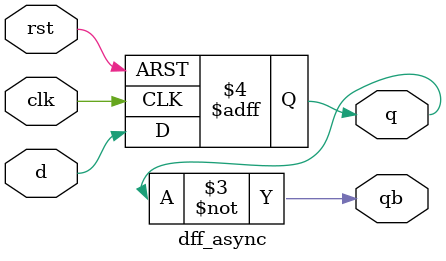
<source format=v>
module dff_async(d,clk,rst,q,qb); //Asynchronous Reset
input d,clk,rst;
output reg q;
output qb;

always @ (posedge clk, negedge rst) begin
if(!rst)
q=0;
else
q<=d;
end

assign qb=~q;

endmodule
</source>
